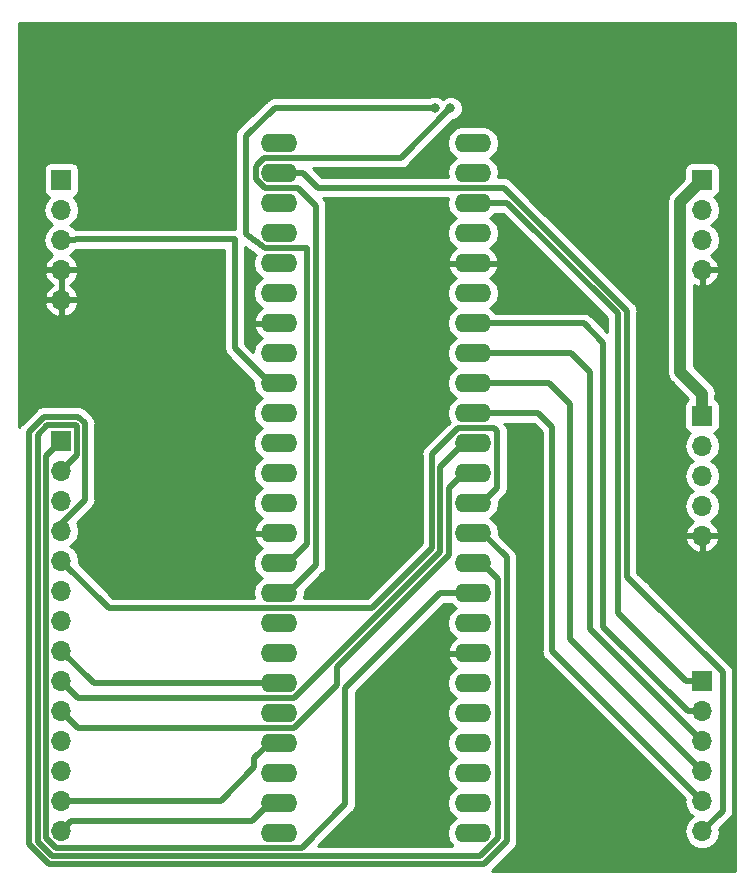
<source format=gbr>
G04 #@! TF.GenerationSoftware,KiCad,Pcbnew,(5.0.0-3-g5ebb6b6)*
G04 #@! TF.CreationDate,2019-01-16T13:26:12+00:00*
G04 #@! TF.ProjectId,Mangler,4D616E676C65722E6B696361645F7063,rev?*
G04 #@! TF.SameCoordinates,Original*
G04 #@! TF.FileFunction,Copper,L2,Bot,Signal*
G04 #@! TF.FilePolarity,Positive*
%FSLAX46Y46*%
G04 Gerber Fmt 4.6, Leading zero omitted, Abs format (unit mm)*
G04 Created by KiCad (PCBNEW (5.0.0-3-g5ebb6b6)) date Wednesday, 16 January 2019 at 13:26:12*
%MOMM*%
%LPD*%
G01*
G04 APERTURE LIST*
G04 #@! TA.AperFunction,ComponentPad*
%ADD10R,1.700000X1.700000*%
G04 #@! TD*
G04 #@! TA.AperFunction,ComponentPad*
%ADD11O,1.700000X1.700000*%
G04 #@! TD*
G04 #@! TA.AperFunction,ComponentPad*
%ADD12O,3.100000X1.600000*%
G04 #@! TD*
G04 #@! TA.AperFunction,ViaPad*
%ADD13C,0.800000*%
G04 #@! TD*
G04 #@! TA.AperFunction,Conductor*
%ADD14C,1.000000*%
G04 #@! TD*
G04 #@! TA.AperFunction,Conductor*
%ADD15C,0.500000*%
G04 #@! TD*
G04 #@! TA.AperFunction,Conductor*
%ADD16C,0.254000*%
G04 #@! TD*
G04 APERTURE END LIST*
D10*
G04 #@! TO.P,J3,1*
G04 #@! TO.N,A0*
X79000000Y-83450000D03*
D11*
G04 #@! TO.P,J3,2*
G04 #@! TO.N,A1*
X79000000Y-85990000D03*
G04 #@! TO.P,J3,3*
G04 #@! TO.N,A2*
X79000000Y-88530000D03*
G04 #@! TO.P,J3,4*
G04 #@! TO.N,A3*
X79000000Y-91070000D03*
G04 #@! TO.P,J3,5*
G04 #@! TO.N,A4*
X79000000Y-93610000D03*
G04 #@! TO.P,J3,6*
G04 #@! TO.N,A5*
X79000000Y-96150000D03*
G04 #@! TD*
D10*
G04 #@! TO.P,J4,1*
G04 #@! TO.N,+3V3*
X24750000Y-41000000D03*
D11*
G04 #@! TO.P,J4,2*
X24750000Y-43540000D03*
G04 #@! TO.P,J4,3*
G04 #@! TO.N,RESET*
X24750000Y-46080000D03*
G04 #@! TO.P,J4,4*
G04 #@! TO.N,GND*
X24750000Y-48620000D03*
G04 #@! TO.P,J4,5*
X24750000Y-51160000D03*
G04 #@! TD*
D10*
G04 #@! TO.P,J5,1*
G04 #@! TO.N,D0*
X24750000Y-63100000D03*
D11*
G04 #@! TO.P,J5,2*
G04 #@! TO.N,D1*
X24750000Y-65640000D03*
G04 #@! TO.P,J5,3*
G04 #@! TO.N,D2*
X24750000Y-68180000D03*
G04 #@! TO.P,J5,4*
G04 #@! TO.N,D3*
X24750000Y-70720000D03*
G04 #@! TO.P,J5,5*
G04 #@! TO.N,D4*
X24750000Y-73260000D03*
G04 #@! TO.P,J5,6*
G04 #@! TO.N,D5*
X24750000Y-75800000D03*
G04 #@! TO.P,J5,7*
G04 #@! TO.N,D6*
X24750000Y-78340000D03*
G04 #@! TO.P,J5,8*
G04 #@! TO.N,D7*
X24750000Y-80880000D03*
G04 #@! TO.P,J5,9*
G04 #@! TO.N,D8*
X24750000Y-83420000D03*
G04 #@! TO.P,J5,10*
G04 #@! TO.N,D9*
X24750000Y-85960000D03*
G04 #@! TO.P,J5,11*
G04 #@! TO.N,D10*
X24750000Y-88500000D03*
G04 #@! TO.P,J5,12*
G04 #@! TO.N,D11*
X24750000Y-91040000D03*
G04 #@! TO.P,J5,13*
G04 #@! TO.N,D12*
X24750000Y-93580000D03*
G04 #@! TO.P,J5,14*
G04 #@! TO.N,D13*
X24750000Y-96120000D03*
G04 #@! TD*
D10*
G04 #@! TO.P,J6,1*
G04 #@! TO.N,+3V3*
X79000000Y-41000000D03*
D11*
G04 #@! TO.P,J6,2*
G04 #@! TO.N,SCL*
X79000000Y-43540000D03*
G04 #@! TO.P,J6,3*
G04 #@! TO.N,SDA*
X79000000Y-46080000D03*
G04 #@! TO.P,J6,4*
G04 #@! TO.N,GND*
X79000000Y-48620000D03*
G04 #@! TD*
G04 #@! TO.P,J7,5*
G04 #@! TO.N,GND*
X79000000Y-71135000D03*
G04 #@! TO.P,J7,4*
G04 #@! TO.N,MISO*
X79000000Y-68595000D03*
G04 #@! TO.P,J7,3*
G04 #@! TO.N,SCK*
X79000000Y-66055000D03*
G04 #@! TO.P,J7,2*
G04 #@! TO.N,MOSI*
X79000000Y-63515000D03*
D10*
G04 #@! TO.P,J7,1*
G04 #@! TO.N,+3V3*
X79000000Y-60975000D03*
G04 #@! TD*
D12*
G04 #@! TO.P,U2,1*
G04 #@! TO.N,Net-(C6-Pad1)*
X59600000Y-37890000D03*
G04 #@! TO.P,U2,25*
G04 #@! TO.N,D11*
X43200000Y-96310000D03*
G04 #@! TO.P,U2,2*
G04 #@! TO.N,Net-(C7-Pad1)*
X59600000Y-40430000D03*
G04 #@! TO.P,U2,26*
G04 #@! TO.N,D13*
X43200000Y-93770000D03*
G04 #@! TO.P,U2,3*
G04 #@! TO.N,A0*
X59600000Y-42970000D03*
G04 #@! TO.P,U2,27*
G04 #@! TO.N,D10*
X43200000Y-91230000D03*
G04 #@! TO.P,U2,4*
G04 #@! TO.N,Net-(C8-Pad1)*
X59600000Y-45510000D03*
G04 #@! TO.P,U2,28*
G04 #@! TO.N,D12*
X43200000Y-88690000D03*
G04 #@! TO.P,U2,5*
G04 #@! TO.N,GND*
X59600000Y-48050000D03*
G04 #@! TO.P,U2,29*
G04 #@! TO.N,D6*
X43200000Y-86150000D03*
G04 #@! TO.P,U2,6*
G04 #@! TO.N,+3V3*
X59600000Y-50590000D03*
G04 #@! TO.P,U2,30*
G04 #@! TO.N,D7*
X43200000Y-83610000D03*
G04 #@! TO.P,U2,7*
G04 #@! TO.N,A1*
X59600000Y-53130000D03*
G04 #@! TO.P,U2,31*
G04 #@! TO.N,SDA*
X43200000Y-81070000D03*
G04 #@! TO.P,U2,8*
G04 #@! TO.N,A2*
X59600000Y-55670000D03*
G04 #@! TO.P,U2,32*
G04 #@! TO.N,SCL*
X43200000Y-78530000D03*
G04 #@! TO.P,U2,9*
G04 #@! TO.N,A3*
X59600000Y-58210000D03*
G04 #@! TO.P,U2,33*
G04 #@! TO.N,D-*
X43200000Y-75990000D03*
G04 #@! TO.P,U2,10*
G04 #@! TO.N,A4*
X59600000Y-60750000D03*
G04 #@! TO.P,U2,34*
G04 #@! TO.N,D+*
X43200000Y-73450000D03*
G04 #@! TO.P,U2,11*
G04 #@! TO.N,D8*
X59600000Y-63290000D03*
G04 #@! TO.P,U2,35*
G04 #@! TO.N,GND*
X43200000Y-70910000D03*
G04 #@! TO.P,U2,12*
G04 #@! TO.N,D9*
X59600000Y-65830000D03*
G04 #@! TO.P,U2,36*
G04 #@! TO.N,+3V3*
X43200000Y-68370000D03*
G04 #@! TO.P,U2,13*
G04 #@! TO.N,D4*
X59600000Y-68370000D03*
G04 #@! TO.P,U2,37*
G04 #@! TO.N,N/C*
X43200000Y-65830000D03*
G04 #@! TO.P,U2,14*
G04 #@! TO.N,D3*
X59600000Y-70910000D03*
G04 #@! TO.P,U2,38*
G04 #@! TO.N,N/C*
X43200000Y-63290000D03*
G04 #@! TO.P,U2,15*
G04 #@! TO.N,D1*
X59600000Y-73450000D03*
G04 #@! TO.P,U2,39*
G04 #@! TO.N,N/C*
X43200000Y-60750000D03*
G04 #@! TO.P,U2,16*
G04 #@! TO.N,D0*
X59600000Y-75990000D03*
G04 #@! TO.P,U2,40*
G04 #@! TO.N,RESET*
X43200000Y-58210000D03*
G04 #@! TO.P,U2,17*
G04 #@! TO.N,+3V3*
X59600000Y-78530000D03*
G04 #@! TO.P,U2,41*
G04 #@! TO.N,N/C*
X43200000Y-55670000D03*
G04 #@! TO.P,U2,18*
G04 #@! TO.N,GND*
X59600000Y-81070000D03*
G04 #@! TO.P,U2,42*
X43200000Y-53130000D03*
G04 #@! TO.P,U2,19*
G04 #@! TO.N,MOSI*
X59600000Y-83610000D03*
G04 #@! TO.P,U2,43*
G04 #@! TO.N,Net-(C4-Pad2)*
X43200000Y-50590000D03*
G04 #@! TO.P,U2,20*
G04 #@! TO.N,SCK*
X59600000Y-86150000D03*
G04 #@! TO.P,U2,44*
G04 #@! TO.N,+3V3*
X43200000Y-48050000D03*
G04 #@! TO.P,U2,21*
G04 #@! TO.N,MISO*
X59600000Y-88690000D03*
G04 #@! TO.P,U2,45*
G04 #@! TO.N,SWCLK*
X43200000Y-45510000D03*
G04 #@! TO.P,U2,22*
G04 #@! TO.N,N/C*
X59600000Y-91230000D03*
G04 #@! TO.P,U2,46*
G04 #@! TO.N,SWDIO*
X43200000Y-42970000D03*
G04 #@! TO.P,U2,23*
G04 #@! TO.N,D2*
X59600000Y-93770000D03*
G04 #@! TO.P,U2,47*
G04 #@! TO.N,A5*
X43200000Y-40430000D03*
G04 #@! TO.P,U2,24*
G04 #@! TO.N,D5*
X59600000Y-96310000D03*
G04 #@! TO.P,U2,48*
G04 #@! TO.N,N/C*
X43200000Y-37890000D03*
G04 #@! TD*
D13*
G04 #@! TO.N,GND*
X56700000Y-81050000D03*
X55700000Y-81050000D03*
X54750000Y-81050000D03*
X53800000Y-81050000D03*
X56200000Y-78450000D03*
X47500000Y-72300000D03*
X47500000Y-71200000D03*
X48650000Y-71200000D03*
X47500000Y-70150000D03*
X48650000Y-70150000D03*
X49750000Y-70150000D03*
X47650000Y-66450000D03*
X48816666Y-66450000D03*
X49983332Y-66450000D03*
X51150000Y-66450000D03*
X47650000Y-65300000D03*
X48816666Y-65300000D03*
X49983332Y-65300000D03*
X51150000Y-65300000D03*
X36750000Y-40250000D03*
X37800000Y-39400000D03*
X37800000Y-41000000D03*
X38750000Y-38550000D03*
X38750000Y-40250000D03*
X38750000Y-41900000D03*
X34300000Y-35600000D03*
X34300000Y-34600000D03*
X34300000Y-36600000D03*
X31200000Y-35600000D03*
X31200000Y-34600000D03*
X30150000Y-35600000D03*
X47500000Y-43250000D03*
X48650000Y-43250000D03*
X49800000Y-43250000D03*
X50950000Y-43250000D03*
X50950000Y-44500000D03*
X49800000Y-44500000D03*
X48650000Y-44500000D03*
X47500000Y-44500000D03*
X47500000Y-45750000D03*
X48650000Y-45750000D03*
X49800000Y-45750000D03*
X50950000Y-45750000D03*
X62750000Y-48700000D03*
X63900000Y-48700000D03*
X65050000Y-48700000D03*
X62750000Y-47650000D03*
X62750000Y-46600000D03*
X63900000Y-47650000D03*
X67500000Y-43250000D03*
X65200000Y-42200000D03*
X66350000Y-42200000D03*
X67500000Y-44300000D03*
X66350000Y-43250000D03*
X67500000Y-42200000D03*
X64300000Y-81300000D03*
X64300000Y-79828568D03*
X64300000Y-78357140D03*
X64300000Y-76885712D03*
X64300000Y-75414284D03*
X64300000Y-73942856D03*
X64300000Y-72471428D03*
X64300000Y-71000000D03*
X64100000Y-94350000D03*
X64100000Y-95525000D03*
X65525000Y-95525000D03*
X65525000Y-94350000D03*
X64100000Y-96700000D03*
X65525000Y-96700000D03*
X66950000Y-96700000D03*
X66950000Y-95525000D03*
X66950000Y-94350000D03*
X37800000Y-47600000D03*
X37800000Y-49000000D03*
X37800000Y-50400000D03*
X36350000Y-50400000D03*
X36350000Y-49000000D03*
X36350000Y-47600000D03*
X34900000Y-47600000D03*
X34900000Y-49000000D03*
X34900000Y-50400000D03*
G04 #@! TO.N,D-*
X57700000Y-34950000D03*
G04 #@! TO.N,D+*
X56350000Y-34900000D03*
G04 #@! TD*
D14*
G04 #@! TO.N,+3V3*
X79000000Y-59125000D02*
X79000000Y-60975000D01*
X77150000Y-42850000D02*
X77150000Y-57275000D01*
X77150000Y-57275000D02*
X79000000Y-59125000D01*
X79000000Y-41000000D02*
X77150000Y-42850000D01*
D15*
G04 #@! TO.N,D-*
X53509990Y-39140010D02*
X57700000Y-34950000D01*
X41909990Y-39140010D02*
X41300010Y-39749990D01*
X53509990Y-39140010D02*
X41909990Y-39140010D01*
X41199990Y-40947771D02*
X41972209Y-41719990D01*
X41199990Y-39900010D02*
X41199990Y-40947771D01*
X41300010Y-39799990D02*
X41199990Y-39900010D01*
X41972209Y-41719990D02*
X44819990Y-41719990D01*
X41300010Y-39749990D02*
X41300010Y-39799990D01*
X43950000Y-75990000D02*
X43200000Y-75990000D01*
X46300000Y-73640000D02*
X43950000Y-75990000D01*
X46300000Y-43200000D02*
X46300000Y-73640000D01*
X44819990Y-41719990D02*
X46300000Y-43200000D01*
G04 #@! TO.N,D+*
X43950000Y-73450000D02*
X43200000Y-73450000D01*
X45549990Y-71850010D02*
X43950000Y-73450000D01*
X45549990Y-46799990D02*
X45549990Y-71850010D01*
X41972209Y-46799990D02*
X45549990Y-46799990D01*
X40350000Y-37250000D02*
X40350000Y-45600000D01*
X40350000Y-45600000D02*
X41972209Y-46799990D01*
X42842000Y-34900000D02*
X40350000Y-37250000D01*
X56350000Y-34900000D02*
X42842000Y-34900000D01*
G04 #@! TO.N,RESET*
X42395000Y-58210000D02*
X43145000Y-58210000D01*
X39450001Y-55265001D02*
X42395000Y-58210000D01*
X25982081Y-46050000D02*
X39450001Y-46050000D01*
X25952081Y-46080000D02*
X25982081Y-46050000D01*
X24750000Y-46080000D02*
X25952081Y-46080000D01*
X39450001Y-46050000D02*
X39450001Y-55265001D01*
G04 #@! TO.N,A0*
X77650000Y-83450000D02*
X71850000Y-77650000D01*
X79000000Y-83450000D02*
X77650000Y-83450000D01*
X71850000Y-77650000D02*
X71850000Y-52300000D01*
X62520000Y-42970000D02*
X59655000Y-42970000D01*
X71850000Y-52300000D02*
X62520000Y-42970000D01*
G04 #@! TO.N,A1*
X77797919Y-85990000D02*
X70650000Y-78842081D01*
X79000000Y-85990000D02*
X77797919Y-85990000D01*
X70650000Y-78842081D02*
X70650000Y-54800000D01*
X68980000Y-53130000D02*
X59655000Y-53130000D01*
X70650000Y-54800000D02*
X68980000Y-53130000D01*
G04 #@! TO.N,A2*
X79000000Y-88530000D02*
X69500000Y-79030000D01*
X69500000Y-79030000D02*
X69500000Y-57300000D01*
X67870000Y-55670000D02*
X59655000Y-55670000D01*
X69500000Y-57300000D02*
X67870000Y-55670000D01*
G04 #@! TO.N,A3*
X79000000Y-91070000D02*
X67850000Y-79920000D01*
X67850000Y-79920000D02*
X67850000Y-60000000D01*
X66060000Y-58210000D02*
X59655000Y-58210000D01*
X67850000Y-60000000D02*
X66060000Y-58210000D01*
G04 #@! TO.N,A4*
X79000000Y-93610000D02*
X66300000Y-80910000D01*
X66300000Y-80910000D02*
X66300000Y-61950000D01*
X65100000Y-60750000D02*
X59655000Y-60750000D01*
X66300000Y-61950000D02*
X65100000Y-60750000D01*
G04 #@! TO.N,A5*
X79000000Y-96150000D02*
X80750000Y-94400000D01*
X80750000Y-82689998D02*
X73860002Y-75800000D01*
X80750000Y-94400000D02*
X80750000Y-82689998D01*
X73800000Y-75800000D02*
X72650000Y-74650000D01*
X73860002Y-75800000D02*
X73800000Y-75800000D01*
X46445010Y-41680010D02*
X45195000Y-40430000D01*
X45195000Y-40430000D02*
X43145000Y-40430000D01*
X62219972Y-41680010D02*
X46445010Y-41680010D01*
X72650000Y-52110038D02*
X62219972Y-41680010D01*
X72650000Y-74650000D02*
X72650000Y-52110038D01*
G04 #@! TO.N,D0*
X24266008Y-97560010D02*
X45089990Y-97560010D01*
X23449999Y-96744001D02*
X24266008Y-97560010D01*
X23449999Y-64400001D02*
X23449999Y-96744001D01*
X24750000Y-63100000D02*
X23449999Y-64400001D01*
X48800000Y-93850000D02*
X48800000Y-84002743D01*
X45089990Y-97560010D02*
X48800000Y-93850000D01*
X56812743Y-75990000D02*
X59655000Y-75990000D01*
X48800000Y-84002743D02*
X56812743Y-75990000D01*
G04 #@! TO.N,D1*
X24750000Y-65640000D02*
X26050001Y-64339999D01*
X26050001Y-64339999D02*
X26050001Y-61889999D01*
X25960001Y-61799999D02*
X23539999Y-61799999D01*
X26050001Y-61889999D02*
X25960001Y-61799999D01*
X22749989Y-97033954D02*
X23976055Y-98260020D01*
X22749989Y-62590009D02*
X22749989Y-97033954D01*
X23539999Y-61799999D02*
X22749989Y-62590009D01*
X60222761Y-98260020D02*
X61750000Y-96732781D01*
X23976055Y-98260020D02*
X60222761Y-98260020D01*
X61750000Y-74795000D02*
X60405000Y-73450000D01*
X60405000Y-73450000D02*
X59655000Y-73450000D01*
X61750000Y-96732781D02*
X61750000Y-74795000D01*
G04 #@! TO.N,D3*
X26750011Y-61600046D02*
X26199965Y-61050000D01*
X26750011Y-68103991D02*
X26750011Y-61600046D01*
X24750000Y-70104002D02*
X26750011Y-68103991D01*
X24750000Y-70720000D02*
X24750000Y-70104002D01*
X23300036Y-61050000D02*
X22000000Y-62350036D01*
X26199965Y-61050000D02*
X23300036Y-61050000D01*
X60512714Y-98960030D02*
X62450010Y-97022734D01*
X23686102Y-98960030D02*
X60512714Y-98960030D01*
X22000000Y-97273928D02*
X23686102Y-98960030D01*
X22000000Y-62350036D02*
X22000000Y-97273928D01*
X60405000Y-70910000D02*
X59655000Y-70910000D01*
X62450010Y-72955010D02*
X60405000Y-70910000D01*
X62450010Y-97022734D02*
X62450010Y-72955010D01*
G04 #@! TO.N,D4*
X24750000Y-73260000D02*
X28769990Y-77279990D01*
X28769990Y-77279990D02*
X51057829Y-77279990D01*
X51057829Y-77279990D02*
X51057829Y-77242171D01*
X58332229Y-62039990D02*
X61389990Y-62039990D01*
X56149980Y-64222239D02*
X58332229Y-62039990D01*
X56149980Y-72150020D02*
X56149980Y-64222239D01*
X51057829Y-77242171D02*
X56149980Y-72150020D01*
X60350000Y-68370000D02*
X59600000Y-68370000D01*
X61650000Y-67070000D02*
X60350000Y-68370000D01*
X61650000Y-62300000D02*
X61650000Y-67070000D01*
X61389990Y-62039990D02*
X61650000Y-62300000D01*
G04 #@! TO.N,D7*
X27480000Y-83610000D02*
X43145000Y-83610000D01*
X24750000Y-80880000D02*
X27480000Y-83610000D01*
G04 #@! TO.N,D8*
X58850000Y-63290000D02*
X59600000Y-63290000D01*
X56849990Y-65290010D02*
X58850000Y-63290000D01*
X56849990Y-72477791D02*
X56849990Y-65290010D01*
X44467771Y-84860010D02*
X56849990Y-72477791D01*
X26190010Y-84860010D02*
X44467771Y-84860010D01*
X24750000Y-83420000D02*
X26190010Y-84860010D01*
G04 #@! TO.N,D9*
X58850000Y-65830000D02*
X59600000Y-65830000D01*
X57550000Y-67130000D02*
X58850000Y-65830000D01*
X57550000Y-72767743D02*
X57550000Y-67130000D01*
X48099990Y-82217753D02*
X57550000Y-72767743D01*
X48099990Y-83767791D02*
X48099990Y-82217753D01*
X44467771Y-87400010D02*
X48099990Y-83767791D01*
X26190010Y-87400010D02*
X44467771Y-87400010D01*
X24750000Y-85960000D02*
X26190010Y-87400010D01*
G04 #@! TO.N,D12*
X42395000Y-88690000D02*
X43145000Y-88690000D01*
X41095000Y-89990000D02*
X42395000Y-88690000D01*
X41095000Y-90740000D02*
X41095000Y-89990000D01*
X38255000Y-93580000D02*
X41095000Y-90740000D01*
X24750000Y-93580000D02*
X38255000Y-93580000D01*
G04 #@! TO.N,D13*
X42395000Y-93770000D02*
X43145000Y-93770000D01*
X40894999Y-95270001D02*
X42395000Y-93770000D01*
X25599999Y-95270001D02*
X40894999Y-95270001D01*
X24750000Y-96120000D02*
X25599999Y-95270001D01*
G04 #@! TD*
D16*
G04 #@! TO.N,GND*
G36*
X81790000Y-99539428D02*
X61201498Y-99522824D01*
X63014166Y-97710157D01*
X63088059Y-97660783D01*
X63182904Y-97518839D01*
X63276165Y-97379264D01*
X63283662Y-97368044D01*
X63335010Y-97109899D01*
X63335010Y-97109895D01*
X63352347Y-97022735D01*
X63335010Y-96935575D01*
X63335010Y-73042171D01*
X63352347Y-72955010D01*
X63335010Y-72867849D01*
X63335010Y-72867845D01*
X63283662Y-72609700D01*
X63207242Y-72495330D01*
X63137434Y-72390855D01*
X63137433Y-72390854D01*
X63088059Y-72316961D01*
X63014166Y-72267587D01*
X61787142Y-71040564D01*
X61813113Y-70910000D01*
X61701740Y-70350091D01*
X61384577Y-69875423D01*
X61032242Y-69640000D01*
X61384577Y-69404577D01*
X61701740Y-68929909D01*
X61813113Y-68370000D01*
X61778017Y-68193561D01*
X62214156Y-67757423D01*
X62288049Y-67708049D01*
X62400337Y-67540000D01*
X62483652Y-67415310D01*
X62513550Y-67265000D01*
X62535000Y-67157165D01*
X62535000Y-67157161D01*
X62552337Y-67070000D01*
X62535000Y-66982839D01*
X62535000Y-62387161D01*
X62552337Y-62300000D01*
X62535000Y-62212839D01*
X62535000Y-62212835D01*
X62483652Y-61954690D01*
X62288049Y-61661951D01*
X62247714Y-61635000D01*
X64733422Y-61635000D01*
X65415001Y-62316580D01*
X65415000Y-80822839D01*
X65397663Y-80910000D01*
X65415000Y-80997161D01*
X65415000Y-80997164D01*
X65466348Y-81255309D01*
X65661951Y-81548049D01*
X65735847Y-81597425D01*
X77529462Y-93391041D01*
X77485908Y-93610000D01*
X77601161Y-94189418D01*
X77929375Y-94680625D01*
X78227761Y-94880000D01*
X77929375Y-95079375D01*
X77601161Y-95570582D01*
X77485908Y-96150000D01*
X77601161Y-96729418D01*
X77929375Y-97220625D01*
X78420582Y-97548839D01*
X78853744Y-97635000D01*
X79146256Y-97635000D01*
X79579418Y-97548839D01*
X80070625Y-97220625D01*
X80398839Y-96729418D01*
X80514092Y-96150000D01*
X80470538Y-95931040D01*
X81314156Y-95087423D01*
X81388049Y-95038049D01*
X81496996Y-94875000D01*
X81583652Y-94745310D01*
X81583652Y-94745309D01*
X81635000Y-94487165D01*
X81635000Y-94487161D01*
X81652337Y-94400000D01*
X81635000Y-94312839D01*
X81635000Y-82777159D01*
X81652337Y-82689998D01*
X81635000Y-82602837D01*
X81635000Y-82602833D01*
X81583652Y-82344688D01*
X81498836Y-82217753D01*
X81437424Y-82125843D01*
X81437423Y-82125842D01*
X81388049Y-82051949D01*
X81314156Y-82002575D01*
X74547427Y-75235847D01*
X74498051Y-75161951D01*
X74243329Y-74991750D01*
X73535000Y-74283422D01*
X73535000Y-71491890D01*
X77558524Y-71491890D01*
X77728355Y-71901924D01*
X78118642Y-72330183D01*
X78643108Y-72576486D01*
X78873000Y-72455819D01*
X78873000Y-71262000D01*
X79127000Y-71262000D01*
X79127000Y-72455819D01*
X79356892Y-72576486D01*
X79881358Y-72330183D01*
X80271645Y-71901924D01*
X80441476Y-71491890D01*
X80320155Y-71262000D01*
X79127000Y-71262000D01*
X78873000Y-71262000D01*
X77679845Y-71262000D01*
X77558524Y-71491890D01*
X73535000Y-71491890D01*
X73535000Y-52197197D01*
X73552337Y-52110037D01*
X73535000Y-52022878D01*
X73535000Y-52022873D01*
X73483652Y-51764728D01*
X73288049Y-51471989D01*
X73214156Y-51422615D01*
X64641541Y-42850000D01*
X75992765Y-42850000D01*
X76015000Y-42961783D01*
X76015001Y-57163212D01*
X75992765Y-57275000D01*
X76080854Y-57717854D01*
X76080855Y-57717855D01*
X76331712Y-58093289D01*
X76426480Y-58156611D01*
X77838978Y-59569110D01*
X77692191Y-59667191D01*
X77551843Y-59877235D01*
X77502560Y-60125000D01*
X77502560Y-61825000D01*
X77551843Y-62072765D01*
X77692191Y-62282809D01*
X77902235Y-62423157D01*
X77947619Y-62432184D01*
X77929375Y-62444375D01*
X77601161Y-62935582D01*
X77485908Y-63515000D01*
X77601161Y-64094418D01*
X77929375Y-64585625D01*
X78227761Y-64785000D01*
X77929375Y-64984375D01*
X77601161Y-65475582D01*
X77485908Y-66055000D01*
X77601161Y-66634418D01*
X77929375Y-67125625D01*
X78227761Y-67325000D01*
X77929375Y-67524375D01*
X77601161Y-68015582D01*
X77485908Y-68595000D01*
X77601161Y-69174418D01*
X77929375Y-69665625D01*
X78248478Y-69878843D01*
X78118642Y-69939817D01*
X77728355Y-70368076D01*
X77558524Y-70778110D01*
X77679845Y-71008000D01*
X78873000Y-71008000D01*
X78873000Y-70988000D01*
X79127000Y-70988000D01*
X79127000Y-71008000D01*
X80320155Y-71008000D01*
X80441476Y-70778110D01*
X80271645Y-70368076D01*
X79881358Y-69939817D01*
X79751522Y-69878843D01*
X80070625Y-69665625D01*
X80398839Y-69174418D01*
X80514092Y-68595000D01*
X80398839Y-68015582D01*
X80070625Y-67524375D01*
X79772239Y-67325000D01*
X80070625Y-67125625D01*
X80398839Y-66634418D01*
X80514092Y-66055000D01*
X80398839Y-65475582D01*
X80070625Y-64984375D01*
X79772239Y-64785000D01*
X80070625Y-64585625D01*
X80398839Y-64094418D01*
X80514092Y-63515000D01*
X80398839Y-62935582D01*
X80070625Y-62444375D01*
X80052381Y-62432184D01*
X80097765Y-62423157D01*
X80307809Y-62282809D01*
X80448157Y-62072765D01*
X80497440Y-61825000D01*
X80497440Y-60125000D01*
X80448157Y-59877235D01*
X80307809Y-59667191D01*
X80135000Y-59551723D01*
X80135000Y-59236782D01*
X80157235Y-59124999D01*
X80069146Y-58682145D01*
X79818289Y-58306711D01*
X79723521Y-58243389D01*
X78285000Y-56804869D01*
X78285000Y-49893309D01*
X78643108Y-50061486D01*
X78873000Y-49940819D01*
X78873000Y-48747000D01*
X79127000Y-48747000D01*
X79127000Y-49940819D01*
X79356892Y-50061486D01*
X79881358Y-49815183D01*
X80271645Y-49386924D01*
X80441476Y-48976890D01*
X80320155Y-48747000D01*
X79127000Y-48747000D01*
X78873000Y-48747000D01*
X78853000Y-48747000D01*
X78853000Y-48493000D01*
X78873000Y-48493000D01*
X78873000Y-48473000D01*
X79127000Y-48473000D01*
X79127000Y-48493000D01*
X80320155Y-48493000D01*
X80441476Y-48263110D01*
X80271645Y-47853076D01*
X79881358Y-47424817D01*
X79751522Y-47363843D01*
X80070625Y-47150625D01*
X80398839Y-46659418D01*
X80514092Y-46080000D01*
X80398839Y-45500582D01*
X80070625Y-45009375D01*
X79772239Y-44810000D01*
X80070625Y-44610625D01*
X80398839Y-44119418D01*
X80514092Y-43540000D01*
X80398839Y-42960582D01*
X80070625Y-42469375D01*
X80052381Y-42457184D01*
X80097765Y-42448157D01*
X80307809Y-42307809D01*
X80448157Y-42097765D01*
X80497440Y-41850000D01*
X80497440Y-40150000D01*
X80448157Y-39902235D01*
X80307809Y-39692191D01*
X80097765Y-39551843D01*
X79850000Y-39502560D01*
X78150000Y-39502560D01*
X77902235Y-39551843D01*
X77692191Y-39692191D01*
X77551843Y-39902235D01*
X77502560Y-40150000D01*
X77502560Y-40892308D01*
X76426482Y-41968387D01*
X76331711Y-42031711D01*
X76154009Y-42297662D01*
X76080854Y-42407146D01*
X75992765Y-42850000D01*
X64641541Y-42850000D01*
X62907397Y-41115857D01*
X62858021Y-41041961D01*
X62565282Y-40846358D01*
X62307137Y-40795010D01*
X62307133Y-40795010D01*
X62219972Y-40777673D01*
X62132811Y-40795010D01*
X61740508Y-40795010D01*
X61813113Y-40430000D01*
X61701740Y-39870091D01*
X61384577Y-39395423D01*
X61032242Y-39160000D01*
X61384577Y-38924577D01*
X61701740Y-38449909D01*
X61813113Y-37890000D01*
X61701740Y-37330091D01*
X61384577Y-36855423D01*
X60909909Y-36538260D01*
X60491333Y-36455000D01*
X58708667Y-36455000D01*
X58290091Y-36538260D01*
X57815423Y-36855423D01*
X57498260Y-37330091D01*
X57386887Y-37890000D01*
X57498260Y-38449909D01*
X57815423Y-38924577D01*
X58167758Y-39160000D01*
X57815423Y-39395423D01*
X57498260Y-39870091D01*
X57386887Y-40430000D01*
X57459492Y-40795010D01*
X46811589Y-40795010D01*
X46041588Y-40025010D01*
X53422829Y-40025010D01*
X53509990Y-40042347D01*
X53597151Y-40025010D01*
X53597155Y-40025010D01*
X53855300Y-39973662D01*
X54148039Y-39778059D01*
X54197415Y-39704163D01*
X57924148Y-35977431D01*
X58286280Y-35827431D01*
X58577431Y-35536280D01*
X58735000Y-35155874D01*
X58735000Y-34744126D01*
X58577431Y-34363720D01*
X58286280Y-34072569D01*
X57905874Y-33915000D01*
X57494126Y-33915000D01*
X57113720Y-34072569D01*
X57050000Y-34136289D01*
X56936280Y-34022569D01*
X56555874Y-33865000D01*
X56144126Y-33865000D01*
X55781993Y-34015000D01*
X42942279Y-34015000D01*
X42868451Y-33998051D01*
X42767922Y-34015000D01*
X42754835Y-34015000D01*
X42682048Y-34029478D01*
X42521276Y-34056584D01*
X42509880Y-34063724D01*
X42496690Y-34066348D01*
X42361103Y-34156945D01*
X42298239Y-34196334D01*
X42288723Y-34205308D01*
X42203951Y-34261951D01*
X42161864Y-34324938D01*
X39796723Y-36555308D01*
X39711951Y-36611951D01*
X39621360Y-36747530D01*
X39526829Y-36880401D01*
X39523820Y-36893509D01*
X39516348Y-36904691D01*
X39484531Y-37064644D01*
X39448051Y-37223549D01*
X39465000Y-37324078D01*
X39465001Y-45150646D01*
X39450001Y-45147662D01*
X39362836Y-45165000D01*
X26069240Y-45165000D01*
X25982080Y-45147663D01*
X25921127Y-45159787D01*
X25820625Y-45009375D01*
X25522239Y-44810000D01*
X25820625Y-44610625D01*
X26148839Y-44119418D01*
X26264092Y-43540000D01*
X26148839Y-42960582D01*
X25820625Y-42469375D01*
X25802381Y-42457184D01*
X25847765Y-42448157D01*
X26057809Y-42307809D01*
X26198157Y-42097765D01*
X26247440Y-41850000D01*
X26247440Y-40150000D01*
X26198157Y-39902235D01*
X26057809Y-39692191D01*
X25847765Y-39551843D01*
X25600000Y-39502560D01*
X23900000Y-39502560D01*
X23652235Y-39551843D01*
X23442191Y-39692191D01*
X23301843Y-39902235D01*
X23252560Y-40150000D01*
X23252560Y-41850000D01*
X23301843Y-42097765D01*
X23442191Y-42307809D01*
X23652235Y-42448157D01*
X23697619Y-42457184D01*
X23679375Y-42469375D01*
X23351161Y-42960582D01*
X23235908Y-43540000D01*
X23351161Y-44119418D01*
X23679375Y-44610625D01*
X23977761Y-44810000D01*
X23679375Y-45009375D01*
X23351161Y-45500582D01*
X23235908Y-46080000D01*
X23351161Y-46659418D01*
X23679375Y-47150625D01*
X23998478Y-47363843D01*
X23868642Y-47424817D01*
X23478355Y-47853076D01*
X23308524Y-48263110D01*
X23429845Y-48493000D01*
X24623000Y-48493000D01*
X24623000Y-48473000D01*
X24877000Y-48473000D01*
X24877000Y-48493000D01*
X26070155Y-48493000D01*
X26191476Y-48263110D01*
X26021645Y-47853076D01*
X25631358Y-47424817D01*
X25501522Y-47363843D01*
X25820625Y-47150625D01*
X25935302Y-46978999D01*
X25952081Y-46982337D01*
X26039242Y-46965000D01*
X26039246Y-46965000D01*
X26190067Y-46935000D01*
X38565001Y-46935000D01*
X38565002Y-55177836D01*
X38547664Y-55265001D01*
X38616349Y-55610310D01*
X38762577Y-55829155D01*
X38762579Y-55829157D01*
X38811953Y-55903050D01*
X38885846Y-55952424D01*
X41012858Y-58079436D01*
X40986887Y-58210000D01*
X41098260Y-58769909D01*
X41415423Y-59244577D01*
X41767758Y-59480000D01*
X41415423Y-59715423D01*
X41098260Y-60190091D01*
X40986887Y-60750000D01*
X41098260Y-61309909D01*
X41415423Y-61784577D01*
X41767758Y-62020000D01*
X41415423Y-62255423D01*
X41098260Y-62730091D01*
X40986887Y-63290000D01*
X41098260Y-63849909D01*
X41415423Y-64324577D01*
X41767758Y-64560000D01*
X41415423Y-64795423D01*
X41098260Y-65270091D01*
X40986887Y-65830000D01*
X41098260Y-66389909D01*
X41415423Y-66864577D01*
X41767758Y-67100000D01*
X41415423Y-67335423D01*
X41098260Y-67810091D01*
X40986887Y-68370000D01*
X41098260Y-68929909D01*
X41415423Y-69404577D01*
X41771499Y-69642499D01*
X41345500Y-69985104D01*
X41075633Y-70478181D01*
X41058096Y-70560961D01*
X41180085Y-70783000D01*
X43073000Y-70783000D01*
X43073000Y-70763000D01*
X43327000Y-70763000D01*
X43327000Y-70783000D01*
X43347000Y-70783000D01*
X43347000Y-71037000D01*
X43327000Y-71037000D01*
X43327000Y-71057000D01*
X43073000Y-71057000D01*
X43073000Y-71037000D01*
X41180085Y-71037000D01*
X41058096Y-71259039D01*
X41075633Y-71341819D01*
X41345500Y-71834896D01*
X41771499Y-72177501D01*
X41415423Y-72415423D01*
X41098260Y-72890091D01*
X40986887Y-73450000D01*
X41098260Y-74009909D01*
X41415423Y-74484577D01*
X41767758Y-74720000D01*
X41415423Y-74955423D01*
X41098260Y-75430091D01*
X40986887Y-75990000D01*
X41067445Y-76394990D01*
X29136569Y-76394990D01*
X26220538Y-73478960D01*
X26264092Y-73260000D01*
X26148839Y-72680582D01*
X25820625Y-72189375D01*
X25522239Y-71990000D01*
X25820625Y-71790625D01*
X26148839Y-71299418D01*
X26264092Y-70720000D01*
X26148839Y-70140582D01*
X26075203Y-70030378D01*
X27314167Y-68791414D01*
X27388060Y-68742040D01*
X27583663Y-68449301D01*
X27635011Y-68191156D01*
X27635011Y-68191152D01*
X27652348Y-68103991D01*
X27635011Y-68016830D01*
X27635011Y-61687207D01*
X27652348Y-61600046D01*
X27635011Y-61512885D01*
X27635011Y-61512881D01*
X27583663Y-61254736D01*
X27388060Y-60961997D01*
X27314164Y-60912621D01*
X26887390Y-60485847D01*
X26838014Y-60411951D01*
X26545275Y-60216348D01*
X26287130Y-60165000D01*
X26287126Y-60165000D01*
X26199965Y-60147663D01*
X26112804Y-60165000D01*
X23387197Y-60165000D01*
X23300036Y-60147663D01*
X23212875Y-60165000D01*
X23212871Y-60165000D01*
X22954726Y-60216348D01*
X22735881Y-60362576D01*
X22735880Y-60362577D01*
X22661987Y-60411951D01*
X22612613Y-60485844D01*
X21435847Y-61662611D01*
X21361951Y-61711987D01*
X21210000Y-61939397D01*
X21210000Y-51516890D01*
X23308524Y-51516890D01*
X23478355Y-51926924D01*
X23868642Y-52355183D01*
X24393108Y-52601486D01*
X24623000Y-52480819D01*
X24623000Y-51287000D01*
X24877000Y-51287000D01*
X24877000Y-52480819D01*
X25106892Y-52601486D01*
X25631358Y-52355183D01*
X26021645Y-51926924D01*
X26191476Y-51516890D01*
X26070155Y-51287000D01*
X24877000Y-51287000D01*
X24623000Y-51287000D01*
X23429845Y-51287000D01*
X23308524Y-51516890D01*
X21210000Y-51516890D01*
X21210000Y-48976890D01*
X23308524Y-48976890D01*
X23478355Y-49386924D01*
X23868642Y-49815183D01*
X24027954Y-49890000D01*
X23868642Y-49964817D01*
X23478355Y-50393076D01*
X23308524Y-50803110D01*
X23429845Y-51033000D01*
X24623000Y-51033000D01*
X24623000Y-48747000D01*
X24877000Y-48747000D01*
X24877000Y-51033000D01*
X26070155Y-51033000D01*
X26191476Y-50803110D01*
X26021645Y-50393076D01*
X25631358Y-49964817D01*
X25472046Y-49890000D01*
X25631358Y-49815183D01*
X26021645Y-49386924D01*
X26191476Y-48976890D01*
X26070155Y-48747000D01*
X24877000Y-48747000D01*
X24623000Y-48747000D01*
X23429845Y-48747000D01*
X23308524Y-48976890D01*
X21210000Y-48976890D01*
X21210000Y-27710000D01*
X81790001Y-27710000D01*
X81790000Y-99539428D01*
X81790000Y-99539428D01*
G37*
X81790000Y-99539428D02*
X61201498Y-99522824D01*
X63014166Y-97710157D01*
X63088059Y-97660783D01*
X63182904Y-97518839D01*
X63276165Y-97379264D01*
X63283662Y-97368044D01*
X63335010Y-97109899D01*
X63335010Y-97109895D01*
X63352347Y-97022735D01*
X63335010Y-96935575D01*
X63335010Y-73042171D01*
X63352347Y-72955010D01*
X63335010Y-72867849D01*
X63335010Y-72867845D01*
X63283662Y-72609700D01*
X63207242Y-72495330D01*
X63137434Y-72390855D01*
X63137433Y-72390854D01*
X63088059Y-72316961D01*
X63014166Y-72267587D01*
X61787142Y-71040564D01*
X61813113Y-70910000D01*
X61701740Y-70350091D01*
X61384577Y-69875423D01*
X61032242Y-69640000D01*
X61384577Y-69404577D01*
X61701740Y-68929909D01*
X61813113Y-68370000D01*
X61778017Y-68193561D01*
X62214156Y-67757423D01*
X62288049Y-67708049D01*
X62400337Y-67540000D01*
X62483652Y-67415310D01*
X62513550Y-67265000D01*
X62535000Y-67157165D01*
X62535000Y-67157161D01*
X62552337Y-67070000D01*
X62535000Y-66982839D01*
X62535000Y-62387161D01*
X62552337Y-62300000D01*
X62535000Y-62212839D01*
X62535000Y-62212835D01*
X62483652Y-61954690D01*
X62288049Y-61661951D01*
X62247714Y-61635000D01*
X64733422Y-61635000D01*
X65415001Y-62316580D01*
X65415000Y-80822839D01*
X65397663Y-80910000D01*
X65415000Y-80997161D01*
X65415000Y-80997164D01*
X65466348Y-81255309D01*
X65661951Y-81548049D01*
X65735847Y-81597425D01*
X77529462Y-93391041D01*
X77485908Y-93610000D01*
X77601161Y-94189418D01*
X77929375Y-94680625D01*
X78227761Y-94880000D01*
X77929375Y-95079375D01*
X77601161Y-95570582D01*
X77485908Y-96150000D01*
X77601161Y-96729418D01*
X77929375Y-97220625D01*
X78420582Y-97548839D01*
X78853744Y-97635000D01*
X79146256Y-97635000D01*
X79579418Y-97548839D01*
X80070625Y-97220625D01*
X80398839Y-96729418D01*
X80514092Y-96150000D01*
X80470538Y-95931040D01*
X81314156Y-95087423D01*
X81388049Y-95038049D01*
X81496996Y-94875000D01*
X81583652Y-94745310D01*
X81583652Y-94745309D01*
X81635000Y-94487165D01*
X81635000Y-94487161D01*
X81652337Y-94400000D01*
X81635000Y-94312839D01*
X81635000Y-82777159D01*
X81652337Y-82689998D01*
X81635000Y-82602837D01*
X81635000Y-82602833D01*
X81583652Y-82344688D01*
X81498836Y-82217753D01*
X81437424Y-82125843D01*
X81437423Y-82125842D01*
X81388049Y-82051949D01*
X81314156Y-82002575D01*
X74547427Y-75235847D01*
X74498051Y-75161951D01*
X74243329Y-74991750D01*
X73535000Y-74283422D01*
X73535000Y-71491890D01*
X77558524Y-71491890D01*
X77728355Y-71901924D01*
X78118642Y-72330183D01*
X78643108Y-72576486D01*
X78873000Y-72455819D01*
X78873000Y-71262000D01*
X79127000Y-71262000D01*
X79127000Y-72455819D01*
X79356892Y-72576486D01*
X79881358Y-72330183D01*
X80271645Y-71901924D01*
X80441476Y-71491890D01*
X80320155Y-71262000D01*
X79127000Y-71262000D01*
X78873000Y-71262000D01*
X77679845Y-71262000D01*
X77558524Y-71491890D01*
X73535000Y-71491890D01*
X73535000Y-52197197D01*
X73552337Y-52110037D01*
X73535000Y-52022878D01*
X73535000Y-52022873D01*
X73483652Y-51764728D01*
X73288049Y-51471989D01*
X73214156Y-51422615D01*
X64641541Y-42850000D01*
X75992765Y-42850000D01*
X76015000Y-42961783D01*
X76015001Y-57163212D01*
X75992765Y-57275000D01*
X76080854Y-57717854D01*
X76080855Y-57717855D01*
X76331712Y-58093289D01*
X76426480Y-58156611D01*
X77838978Y-59569110D01*
X77692191Y-59667191D01*
X77551843Y-59877235D01*
X77502560Y-60125000D01*
X77502560Y-61825000D01*
X77551843Y-62072765D01*
X77692191Y-62282809D01*
X77902235Y-62423157D01*
X77947619Y-62432184D01*
X77929375Y-62444375D01*
X77601161Y-62935582D01*
X77485908Y-63515000D01*
X77601161Y-64094418D01*
X77929375Y-64585625D01*
X78227761Y-64785000D01*
X77929375Y-64984375D01*
X77601161Y-65475582D01*
X77485908Y-66055000D01*
X77601161Y-66634418D01*
X77929375Y-67125625D01*
X78227761Y-67325000D01*
X77929375Y-67524375D01*
X77601161Y-68015582D01*
X77485908Y-68595000D01*
X77601161Y-69174418D01*
X77929375Y-69665625D01*
X78248478Y-69878843D01*
X78118642Y-69939817D01*
X77728355Y-70368076D01*
X77558524Y-70778110D01*
X77679845Y-71008000D01*
X78873000Y-71008000D01*
X78873000Y-70988000D01*
X79127000Y-70988000D01*
X79127000Y-71008000D01*
X80320155Y-71008000D01*
X80441476Y-70778110D01*
X80271645Y-70368076D01*
X79881358Y-69939817D01*
X79751522Y-69878843D01*
X80070625Y-69665625D01*
X80398839Y-69174418D01*
X80514092Y-68595000D01*
X80398839Y-68015582D01*
X80070625Y-67524375D01*
X79772239Y-67325000D01*
X80070625Y-67125625D01*
X80398839Y-66634418D01*
X80514092Y-66055000D01*
X80398839Y-65475582D01*
X80070625Y-64984375D01*
X79772239Y-64785000D01*
X80070625Y-64585625D01*
X80398839Y-64094418D01*
X80514092Y-63515000D01*
X80398839Y-62935582D01*
X80070625Y-62444375D01*
X80052381Y-62432184D01*
X80097765Y-62423157D01*
X80307809Y-62282809D01*
X80448157Y-62072765D01*
X80497440Y-61825000D01*
X80497440Y-60125000D01*
X80448157Y-59877235D01*
X80307809Y-59667191D01*
X80135000Y-59551723D01*
X80135000Y-59236782D01*
X80157235Y-59124999D01*
X80069146Y-58682145D01*
X79818289Y-58306711D01*
X79723521Y-58243389D01*
X78285000Y-56804869D01*
X78285000Y-49893309D01*
X78643108Y-50061486D01*
X78873000Y-49940819D01*
X78873000Y-48747000D01*
X79127000Y-48747000D01*
X79127000Y-49940819D01*
X79356892Y-50061486D01*
X79881358Y-49815183D01*
X80271645Y-49386924D01*
X80441476Y-48976890D01*
X80320155Y-48747000D01*
X79127000Y-48747000D01*
X78873000Y-48747000D01*
X78853000Y-48747000D01*
X78853000Y-48493000D01*
X78873000Y-48493000D01*
X78873000Y-48473000D01*
X79127000Y-48473000D01*
X79127000Y-48493000D01*
X80320155Y-48493000D01*
X80441476Y-48263110D01*
X80271645Y-47853076D01*
X79881358Y-47424817D01*
X79751522Y-47363843D01*
X80070625Y-47150625D01*
X80398839Y-46659418D01*
X80514092Y-46080000D01*
X80398839Y-45500582D01*
X80070625Y-45009375D01*
X79772239Y-44810000D01*
X80070625Y-44610625D01*
X80398839Y-44119418D01*
X80514092Y-43540000D01*
X80398839Y-42960582D01*
X80070625Y-42469375D01*
X80052381Y-42457184D01*
X80097765Y-42448157D01*
X80307809Y-42307809D01*
X80448157Y-42097765D01*
X80497440Y-41850000D01*
X80497440Y-40150000D01*
X80448157Y-39902235D01*
X80307809Y-39692191D01*
X80097765Y-39551843D01*
X79850000Y-39502560D01*
X78150000Y-39502560D01*
X77902235Y-39551843D01*
X77692191Y-39692191D01*
X77551843Y-39902235D01*
X77502560Y-40150000D01*
X77502560Y-40892308D01*
X76426482Y-41968387D01*
X76331711Y-42031711D01*
X76154009Y-42297662D01*
X76080854Y-42407146D01*
X75992765Y-42850000D01*
X64641541Y-42850000D01*
X62907397Y-41115857D01*
X62858021Y-41041961D01*
X62565282Y-40846358D01*
X62307137Y-40795010D01*
X62307133Y-40795010D01*
X62219972Y-40777673D01*
X62132811Y-40795010D01*
X61740508Y-40795010D01*
X61813113Y-40430000D01*
X61701740Y-39870091D01*
X61384577Y-39395423D01*
X61032242Y-39160000D01*
X61384577Y-38924577D01*
X61701740Y-38449909D01*
X61813113Y-37890000D01*
X61701740Y-37330091D01*
X61384577Y-36855423D01*
X60909909Y-36538260D01*
X60491333Y-36455000D01*
X58708667Y-36455000D01*
X58290091Y-36538260D01*
X57815423Y-36855423D01*
X57498260Y-37330091D01*
X57386887Y-37890000D01*
X57498260Y-38449909D01*
X57815423Y-38924577D01*
X58167758Y-39160000D01*
X57815423Y-39395423D01*
X57498260Y-39870091D01*
X57386887Y-40430000D01*
X57459492Y-40795010D01*
X46811589Y-40795010D01*
X46041588Y-40025010D01*
X53422829Y-40025010D01*
X53509990Y-40042347D01*
X53597151Y-40025010D01*
X53597155Y-40025010D01*
X53855300Y-39973662D01*
X54148039Y-39778059D01*
X54197415Y-39704163D01*
X57924148Y-35977431D01*
X58286280Y-35827431D01*
X58577431Y-35536280D01*
X58735000Y-35155874D01*
X58735000Y-34744126D01*
X58577431Y-34363720D01*
X58286280Y-34072569D01*
X57905874Y-33915000D01*
X57494126Y-33915000D01*
X57113720Y-34072569D01*
X57050000Y-34136289D01*
X56936280Y-34022569D01*
X56555874Y-33865000D01*
X56144126Y-33865000D01*
X55781993Y-34015000D01*
X42942279Y-34015000D01*
X42868451Y-33998051D01*
X42767922Y-34015000D01*
X42754835Y-34015000D01*
X42682048Y-34029478D01*
X42521276Y-34056584D01*
X42509880Y-34063724D01*
X42496690Y-34066348D01*
X42361103Y-34156945D01*
X42298239Y-34196334D01*
X42288723Y-34205308D01*
X42203951Y-34261951D01*
X42161864Y-34324938D01*
X39796723Y-36555308D01*
X39711951Y-36611951D01*
X39621360Y-36747530D01*
X39526829Y-36880401D01*
X39523820Y-36893509D01*
X39516348Y-36904691D01*
X39484531Y-37064644D01*
X39448051Y-37223549D01*
X39465000Y-37324078D01*
X39465001Y-45150646D01*
X39450001Y-45147662D01*
X39362836Y-45165000D01*
X26069240Y-45165000D01*
X25982080Y-45147663D01*
X25921127Y-45159787D01*
X25820625Y-45009375D01*
X25522239Y-44810000D01*
X25820625Y-44610625D01*
X26148839Y-44119418D01*
X26264092Y-43540000D01*
X26148839Y-42960582D01*
X25820625Y-42469375D01*
X25802381Y-42457184D01*
X25847765Y-42448157D01*
X26057809Y-42307809D01*
X26198157Y-42097765D01*
X26247440Y-41850000D01*
X26247440Y-40150000D01*
X26198157Y-39902235D01*
X26057809Y-39692191D01*
X25847765Y-39551843D01*
X25600000Y-39502560D01*
X23900000Y-39502560D01*
X23652235Y-39551843D01*
X23442191Y-39692191D01*
X23301843Y-39902235D01*
X23252560Y-40150000D01*
X23252560Y-41850000D01*
X23301843Y-42097765D01*
X23442191Y-42307809D01*
X23652235Y-42448157D01*
X23697619Y-42457184D01*
X23679375Y-42469375D01*
X23351161Y-42960582D01*
X23235908Y-43540000D01*
X23351161Y-44119418D01*
X23679375Y-44610625D01*
X23977761Y-44810000D01*
X23679375Y-45009375D01*
X23351161Y-45500582D01*
X23235908Y-46080000D01*
X23351161Y-46659418D01*
X23679375Y-47150625D01*
X23998478Y-47363843D01*
X23868642Y-47424817D01*
X23478355Y-47853076D01*
X23308524Y-48263110D01*
X23429845Y-48493000D01*
X24623000Y-48493000D01*
X24623000Y-48473000D01*
X24877000Y-48473000D01*
X24877000Y-48493000D01*
X26070155Y-48493000D01*
X26191476Y-48263110D01*
X26021645Y-47853076D01*
X25631358Y-47424817D01*
X25501522Y-47363843D01*
X25820625Y-47150625D01*
X25935302Y-46978999D01*
X25952081Y-46982337D01*
X26039242Y-46965000D01*
X26039246Y-46965000D01*
X26190067Y-46935000D01*
X38565001Y-46935000D01*
X38565002Y-55177836D01*
X38547664Y-55265001D01*
X38616349Y-55610310D01*
X38762577Y-55829155D01*
X38762579Y-55829157D01*
X38811953Y-55903050D01*
X38885846Y-55952424D01*
X41012858Y-58079436D01*
X40986887Y-58210000D01*
X41098260Y-58769909D01*
X41415423Y-59244577D01*
X41767758Y-59480000D01*
X41415423Y-59715423D01*
X41098260Y-60190091D01*
X40986887Y-60750000D01*
X41098260Y-61309909D01*
X41415423Y-61784577D01*
X41767758Y-62020000D01*
X41415423Y-62255423D01*
X41098260Y-62730091D01*
X40986887Y-63290000D01*
X41098260Y-63849909D01*
X41415423Y-64324577D01*
X41767758Y-64560000D01*
X41415423Y-64795423D01*
X41098260Y-65270091D01*
X40986887Y-65830000D01*
X41098260Y-66389909D01*
X41415423Y-66864577D01*
X41767758Y-67100000D01*
X41415423Y-67335423D01*
X41098260Y-67810091D01*
X40986887Y-68370000D01*
X41098260Y-68929909D01*
X41415423Y-69404577D01*
X41771499Y-69642499D01*
X41345500Y-69985104D01*
X41075633Y-70478181D01*
X41058096Y-70560961D01*
X41180085Y-70783000D01*
X43073000Y-70783000D01*
X43073000Y-70763000D01*
X43327000Y-70763000D01*
X43327000Y-70783000D01*
X43347000Y-70783000D01*
X43347000Y-71037000D01*
X43327000Y-71037000D01*
X43327000Y-71057000D01*
X43073000Y-71057000D01*
X43073000Y-71037000D01*
X41180085Y-71037000D01*
X41058096Y-71259039D01*
X41075633Y-71341819D01*
X41345500Y-71834896D01*
X41771499Y-72177501D01*
X41415423Y-72415423D01*
X41098260Y-72890091D01*
X40986887Y-73450000D01*
X41098260Y-74009909D01*
X41415423Y-74484577D01*
X41767758Y-74720000D01*
X41415423Y-74955423D01*
X41098260Y-75430091D01*
X40986887Y-75990000D01*
X41067445Y-76394990D01*
X29136569Y-76394990D01*
X26220538Y-73478960D01*
X26264092Y-73260000D01*
X26148839Y-72680582D01*
X25820625Y-72189375D01*
X25522239Y-71990000D01*
X25820625Y-71790625D01*
X26148839Y-71299418D01*
X26264092Y-70720000D01*
X26148839Y-70140582D01*
X26075203Y-70030378D01*
X27314167Y-68791414D01*
X27388060Y-68742040D01*
X27583663Y-68449301D01*
X27635011Y-68191156D01*
X27635011Y-68191152D01*
X27652348Y-68103991D01*
X27635011Y-68016830D01*
X27635011Y-61687207D01*
X27652348Y-61600046D01*
X27635011Y-61512885D01*
X27635011Y-61512881D01*
X27583663Y-61254736D01*
X27388060Y-60961997D01*
X27314164Y-60912621D01*
X26887390Y-60485847D01*
X26838014Y-60411951D01*
X26545275Y-60216348D01*
X26287130Y-60165000D01*
X26287126Y-60165000D01*
X26199965Y-60147663D01*
X26112804Y-60165000D01*
X23387197Y-60165000D01*
X23300036Y-60147663D01*
X23212875Y-60165000D01*
X23212871Y-60165000D01*
X22954726Y-60216348D01*
X22735881Y-60362576D01*
X22735880Y-60362577D01*
X22661987Y-60411951D01*
X22612613Y-60485844D01*
X21435847Y-61662611D01*
X21361951Y-61711987D01*
X21210000Y-61939397D01*
X21210000Y-51516890D01*
X23308524Y-51516890D01*
X23478355Y-51926924D01*
X23868642Y-52355183D01*
X24393108Y-52601486D01*
X24623000Y-52480819D01*
X24623000Y-51287000D01*
X24877000Y-51287000D01*
X24877000Y-52480819D01*
X25106892Y-52601486D01*
X25631358Y-52355183D01*
X26021645Y-51926924D01*
X26191476Y-51516890D01*
X26070155Y-51287000D01*
X24877000Y-51287000D01*
X24623000Y-51287000D01*
X23429845Y-51287000D01*
X23308524Y-51516890D01*
X21210000Y-51516890D01*
X21210000Y-48976890D01*
X23308524Y-48976890D01*
X23478355Y-49386924D01*
X23868642Y-49815183D01*
X24027954Y-49890000D01*
X23868642Y-49964817D01*
X23478355Y-50393076D01*
X23308524Y-50803110D01*
X23429845Y-51033000D01*
X24623000Y-51033000D01*
X24623000Y-48747000D01*
X24877000Y-48747000D01*
X24877000Y-51033000D01*
X26070155Y-51033000D01*
X26191476Y-50803110D01*
X26021645Y-50393076D01*
X25631358Y-49964817D01*
X25472046Y-49890000D01*
X25631358Y-49815183D01*
X26021645Y-49386924D01*
X26191476Y-48976890D01*
X26070155Y-48747000D01*
X24877000Y-48747000D01*
X24623000Y-48747000D01*
X23429845Y-48747000D01*
X23308524Y-48976890D01*
X21210000Y-48976890D01*
X21210000Y-27710000D01*
X81790001Y-27710000D01*
X81790000Y-99539428D01*
G36*
X57815423Y-77024577D02*
X58167758Y-77260000D01*
X57815423Y-77495423D01*
X57498260Y-77970091D01*
X57386887Y-78530000D01*
X57498260Y-79089909D01*
X57815423Y-79564577D01*
X58171499Y-79802499D01*
X57745500Y-80145104D01*
X57475633Y-80638181D01*
X57458096Y-80720961D01*
X57580085Y-80943000D01*
X59473000Y-80943000D01*
X59473000Y-80923000D01*
X59727000Y-80923000D01*
X59727000Y-80943000D01*
X59747000Y-80943000D01*
X59747000Y-81197000D01*
X59727000Y-81197000D01*
X59727000Y-81217000D01*
X59473000Y-81217000D01*
X59473000Y-81197000D01*
X57580085Y-81197000D01*
X57458096Y-81419039D01*
X57475633Y-81501819D01*
X57745500Y-81994896D01*
X58171499Y-82337501D01*
X57815423Y-82575423D01*
X57498260Y-83050091D01*
X57386887Y-83610000D01*
X57498260Y-84169909D01*
X57815423Y-84644577D01*
X58167758Y-84880000D01*
X57815423Y-85115423D01*
X57498260Y-85590091D01*
X57386887Y-86150000D01*
X57498260Y-86709909D01*
X57815423Y-87184577D01*
X58167758Y-87420000D01*
X57815423Y-87655423D01*
X57498260Y-88130091D01*
X57386887Y-88690000D01*
X57498260Y-89249909D01*
X57815423Y-89724577D01*
X58167758Y-89960000D01*
X57815423Y-90195423D01*
X57498260Y-90670091D01*
X57386887Y-91230000D01*
X57498260Y-91789909D01*
X57815423Y-92264577D01*
X58167758Y-92500000D01*
X57815423Y-92735423D01*
X57498260Y-93210091D01*
X57386887Y-93770000D01*
X57498260Y-94329909D01*
X57815423Y-94804577D01*
X58167758Y-95040000D01*
X57815423Y-95275423D01*
X57498260Y-95750091D01*
X57386887Y-96310000D01*
X57498260Y-96869909D01*
X57815423Y-97344577D01*
X57860984Y-97375020D01*
X46526558Y-97375020D01*
X49364156Y-94537423D01*
X49438049Y-94488049D01*
X49633652Y-94195310D01*
X49685000Y-93937165D01*
X49685000Y-93937161D01*
X49702337Y-93850001D01*
X49685000Y-93762841D01*
X49685000Y-84369321D01*
X57179322Y-76875000D01*
X57715479Y-76875000D01*
X57815423Y-77024577D01*
X57815423Y-77024577D01*
G37*
X57815423Y-77024577D02*
X58167758Y-77260000D01*
X57815423Y-77495423D01*
X57498260Y-77970091D01*
X57386887Y-78530000D01*
X57498260Y-79089909D01*
X57815423Y-79564577D01*
X58171499Y-79802499D01*
X57745500Y-80145104D01*
X57475633Y-80638181D01*
X57458096Y-80720961D01*
X57580085Y-80943000D01*
X59473000Y-80943000D01*
X59473000Y-80923000D01*
X59727000Y-80923000D01*
X59727000Y-80943000D01*
X59747000Y-80943000D01*
X59747000Y-81197000D01*
X59727000Y-81197000D01*
X59727000Y-81217000D01*
X59473000Y-81217000D01*
X59473000Y-81197000D01*
X57580085Y-81197000D01*
X57458096Y-81419039D01*
X57475633Y-81501819D01*
X57745500Y-81994896D01*
X58171499Y-82337501D01*
X57815423Y-82575423D01*
X57498260Y-83050091D01*
X57386887Y-83610000D01*
X57498260Y-84169909D01*
X57815423Y-84644577D01*
X58167758Y-84880000D01*
X57815423Y-85115423D01*
X57498260Y-85590091D01*
X57386887Y-86150000D01*
X57498260Y-86709909D01*
X57815423Y-87184577D01*
X58167758Y-87420000D01*
X57815423Y-87655423D01*
X57498260Y-88130091D01*
X57386887Y-88690000D01*
X57498260Y-89249909D01*
X57815423Y-89724577D01*
X58167758Y-89960000D01*
X57815423Y-90195423D01*
X57498260Y-90670091D01*
X57386887Y-91230000D01*
X57498260Y-91789909D01*
X57815423Y-92264577D01*
X58167758Y-92500000D01*
X57815423Y-92735423D01*
X57498260Y-93210091D01*
X57386887Y-93770000D01*
X57498260Y-94329909D01*
X57815423Y-94804577D01*
X58167758Y-95040000D01*
X57815423Y-95275423D01*
X57498260Y-95750091D01*
X57386887Y-96310000D01*
X57498260Y-96869909D01*
X57815423Y-97344577D01*
X57860984Y-97375020D01*
X46526558Y-97375020D01*
X49364156Y-94537423D01*
X49438049Y-94488049D01*
X49633652Y-94195310D01*
X49685000Y-93937165D01*
X49685000Y-93937161D01*
X49702337Y-93850001D01*
X49685000Y-93762841D01*
X49685000Y-84369321D01*
X57179322Y-76875000D01*
X57715479Y-76875000D01*
X57815423Y-77024577D01*
G36*
X57386887Y-42970000D02*
X57498260Y-43529909D01*
X57815423Y-44004577D01*
X58167758Y-44240000D01*
X57815423Y-44475423D01*
X57498260Y-44950091D01*
X57386887Y-45510000D01*
X57498260Y-46069909D01*
X57815423Y-46544577D01*
X58171499Y-46782499D01*
X57745500Y-47125104D01*
X57475633Y-47618181D01*
X57458096Y-47700961D01*
X57580085Y-47923000D01*
X59473000Y-47923000D01*
X59473000Y-47903000D01*
X59727000Y-47903000D01*
X59727000Y-47923000D01*
X61619915Y-47923000D01*
X61741904Y-47700961D01*
X61724367Y-47618181D01*
X61454500Y-47125104D01*
X61028501Y-46782499D01*
X61384577Y-46544577D01*
X61701740Y-46069909D01*
X61813113Y-45510000D01*
X61701740Y-44950091D01*
X61384577Y-44475423D01*
X61032242Y-44240000D01*
X61384577Y-44004577D01*
X61484521Y-43855000D01*
X62153422Y-43855000D01*
X70965001Y-52666580D01*
X70965001Y-53863422D01*
X69667425Y-52565847D01*
X69618049Y-52491951D01*
X69325310Y-52296348D01*
X69067165Y-52245000D01*
X69067161Y-52245000D01*
X68980000Y-52227663D01*
X68892839Y-52245000D01*
X61484521Y-52245000D01*
X61384577Y-52095423D01*
X61032242Y-51860000D01*
X61384577Y-51624577D01*
X61701740Y-51149909D01*
X61813113Y-50590000D01*
X61701740Y-50030091D01*
X61384577Y-49555423D01*
X61028501Y-49317501D01*
X61454500Y-48974896D01*
X61724367Y-48481819D01*
X61741904Y-48399039D01*
X61619915Y-48177000D01*
X59727000Y-48177000D01*
X59727000Y-48197000D01*
X59473000Y-48197000D01*
X59473000Y-48177000D01*
X57580085Y-48177000D01*
X57458096Y-48399039D01*
X57475633Y-48481819D01*
X57745500Y-48974896D01*
X58171499Y-49317501D01*
X57815423Y-49555423D01*
X57498260Y-50030091D01*
X57386887Y-50590000D01*
X57498260Y-51149909D01*
X57815423Y-51624577D01*
X58167758Y-51860000D01*
X57815423Y-52095423D01*
X57498260Y-52570091D01*
X57386887Y-53130000D01*
X57498260Y-53689909D01*
X57815423Y-54164577D01*
X58167758Y-54400000D01*
X57815423Y-54635423D01*
X57498260Y-55110091D01*
X57386887Y-55670000D01*
X57498260Y-56229909D01*
X57815423Y-56704577D01*
X58167758Y-56940000D01*
X57815423Y-57175423D01*
X57498260Y-57650091D01*
X57386887Y-58210000D01*
X57498260Y-58769909D01*
X57815423Y-59244577D01*
X58167758Y-59480000D01*
X57815423Y-59715423D01*
X57498260Y-60190091D01*
X57386887Y-60750000D01*
X57498260Y-61309909D01*
X57623418Y-61497222D01*
X55585825Y-63534816D01*
X55511932Y-63584190D01*
X55462558Y-63658083D01*
X55462556Y-63658085D01*
X55316328Y-63876930D01*
X55247643Y-64222239D01*
X55264981Y-64309404D01*
X55264980Y-71783441D01*
X50653432Y-76394990D01*
X45332555Y-76394990D01*
X45413113Y-75990000D01*
X45378017Y-75813561D01*
X46864156Y-74327423D01*
X46938049Y-74278049D01*
X47133652Y-73985310D01*
X47185000Y-73727165D01*
X47185000Y-73727161D01*
X47202337Y-73640000D01*
X47185000Y-73552839D01*
X47185000Y-43287159D01*
X47202337Y-43199999D01*
X47185000Y-43112839D01*
X47185000Y-43112835D01*
X47133652Y-42854690D01*
X47061615Y-42746880D01*
X46987424Y-42635845D01*
X46987423Y-42635844D01*
X46940093Y-42565010D01*
X57467445Y-42565010D01*
X57386887Y-42970000D01*
X57386887Y-42970000D01*
G37*
X57386887Y-42970000D02*
X57498260Y-43529909D01*
X57815423Y-44004577D01*
X58167758Y-44240000D01*
X57815423Y-44475423D01*
X57498260Y-44950091D01*
X57386887Y-45510000D01*
X57498260Y-46069909D01*
X57815423Y-46544577D01*
X58171499Y-46782499D01*
X57745500Y-47125104D01*
X57475633Y-47618181D01*
X57458096Y-47700961D01*
X57580085Y-47923000D01*
X59473000Y-47923000D01*
X59473000Y-47903000D01*
X59727000Y-47903000D01*
X59727000Y-47923000D01*
X61619915Y-47923000D01*
X61741904Y-47700961D01*
X61724367Y-47618181D01*
X61454500Y-47125104D01*
X61028501Y-46782499D01*
X61384577Y-46544577D01*
X61701740Y-46069909D01*
X61813113Y-45510000D01*
X61701740Y-44950091D01*
X61384577Y-44475423D01*
X61032242Y-44240000D01*
X61384577Y-44004577D01*
X61484521Y-43855000D01*
X62153422Y-43855000D01*
X70965001Y-52666580D01*
X70965001Y-53863422D01*
X69667425Y-52565847D01*
X69618049Y-52491951D01*
X69325310Y-52296348D01*
X69067165Y-52245000D01*
X69067161Y-52245000D01*
X68980000Y-52227663D01*
X68892839Y-52245000D01*
X61484521Y-52245000D01*
X61384577Y-52095423D01*
X61032242Y-51860000D01*
X61384577Y-51624577D01*
X61701740Y-51149909D01*
X61813113Y-50590000D01*
X61701740Y-50030091D01*
X61384577Y-49555423D01*
X61028501Y-49317501D01*
X61454500Y-48974896D01*
X61724367Y-48481819D01*
X61741904Y-48399039D01*
X61619915Y-48177000D01*
X59727000Y-48177000D01*
X59727000Y-48197000D01*
X59473000Y-48197000D01*
X59473000Y-48177000D01*
X57580085Y-48177000D01*
X57458096Y-48399039D01*
X57475633Y-48481819D01*
X57745500Y-48974896D01*
X58171499Y-49317501D01*
X57815423Y-49555423D01*
X57498260Y-50030091D01*
X57386887Y-50590000D01*
X57498260Y-51149909D01*
X57815423Y-51624577D01*
X58167758Y-51860000D01*
X57815423Y-52095423D01*
X57498260Y-52570091D01*
X57386887Y-53130000D01*
X57498260Y-53689909D01*
X57815423Y-54164577D01*
X58167758Y-54400000D01*
X57815423Y-54635423D01*
X57498260Y-55110091D01*
X57386887Y-55670000D01*
X57498260Y-56229909D01*
X57815423Y-56704577D01*
X58167758Y-56940000D01*
X57815423Y-57175423D01*
X57498260Y-57650091D01*
X57386887Y-58210000D01*
X57498260Y-58769909D01*
X57815423Y-59244577D01*
X58167758Y-59480000D01*
X57815423Y-59715423D01*
X57498260Y-60190091D01*
X57386887Y-60750000D01*
X57498260Y-61309909D01*
X57623418Y-61497222D01*
X55585825Y-63534816D01*
X55511932Y-63584190D01*
X55462558Y-63658083D01*
X55462556Y-63658085D01*
X55316328Y-63876930D01*
X55247643Y-64222239D01*
X55264981Y-64309404D01*
X55264980Y-71783441D01*
X50653432Y-76394990D01*
X45332555Y-76394990D01*
X45413113Y-75990000D01*
X45378017Y-75813561D01*
X46864156Y-74327423D01*
X46938049Y-74278049D01*
X47133652Y-73985310D01*
X47185000Y-73727165D01*
X47185000Y-73727161D01*
X47202337Y-73640000D01*
X47185000Y-73552839D01*
X47185000Y-43287159D01*
X47202337Y-43199999D01*
X47185000Y-43112839D01*
X47185000Y-43112835D01*
X47133652Y-42854690D01*
X47061615Y-42746880D01*
X46987424Y-42635845D01*
X46987423Y-42635844D01*
X46940093Y-42565010D01*
X57467445Y-42565010D01*
X57386887Y-42970000D01*
G36*
X41203685Y-47332312D02*
X41098260Y-47490091D01*
X40986887Y-48050000D01*
X41098260Y-48609909D01*
X41415423Y-49084577D01*
X41767758Y-49320000D01*
X41415423Y-49555423D01*
X41098260Y-50030091D01*
X40986887Y-50590000D01*
X41098260Y-51149909D01*
X41415423Y-51624577D01*
X41771499Y-51862499D01*
X41345500Y-52205104D01*
X41075633Y-52698181D01*
X41058096Y-52780961D01*
X41180085Y-53003000D01*
X43073000Y-53003000D01*
X43073000Y-52983000D01*
X43327000Y-52983000D01*
X43327000Y-53003000D01*
X43347000Y-53003000D01*
X43347000Y-53257000D01*
X43327000Y-53257000D01*
X43327000Y-53277000D01*
X43073000Y-53277000D01*
X43073000Y-53257000D01*
X41180085Y-53257000D01*
X41058096Y-53479039D01*
X41075633Y-53561819D01*
X41345500Y-54054896D01*
X41771499Y-54397501D01*
X41415423Y-54635423D01*
X41098260Y-55110091D01*
X41006745Y-55570167D01*
X40335001Y-54898423D01*
X40335001Y-46689723D01*
X41203685Y-47332312D01*
X41203685Y-47332312D01*
G37*
X41203685Y-47332312D02*
X41098260Y-47490091D01*
X40986887Y-48050000D01*
X41098260Y-48609909D01*
X41415423Y-49084577D01*
X41767758Y-49320000D01*
X41415423Y-49555423D01*
X41098260Y-50030091D01*
X40986887Y-50590000D01*
X41098260Y-51149909D01*
X41415423Y-51624577D01*
X41771499Y-51862499D01*
X41345500Y-52205104D01*
X41075633Y-52698181D01*
X41058096Y-52780961D01*
X41180085Y-53003000D01*
X43073000Y-53003000D01*
X43073000Y-52983000D01*
X43327000Y-52983000D01*
X43327000Y-53003000D01*
X43347000Y-53003000D01*
X43347000Y-53257000D01*
X43327000Y-53257000D01*
X43327000Y-53277000D01*
X43073000Y-53277000D01*
X43073000Y-53257000D01*
X41180085Y-53257000D01*
X41058096Y-53479039D01*
X41075633Y-53561819D01*
X41345500Y-54054896D01*
X41771499Y-54397501D01*
X41415423Y-54635423D01*
X41098260Y-55110091D01*
X41006745Y-55570167D01*
X40335001Y-54898423D01*
X40335001Y-46689723D01*
X41203685Y-47332312D01*
G04 #@! TD*
M02*

</source>
